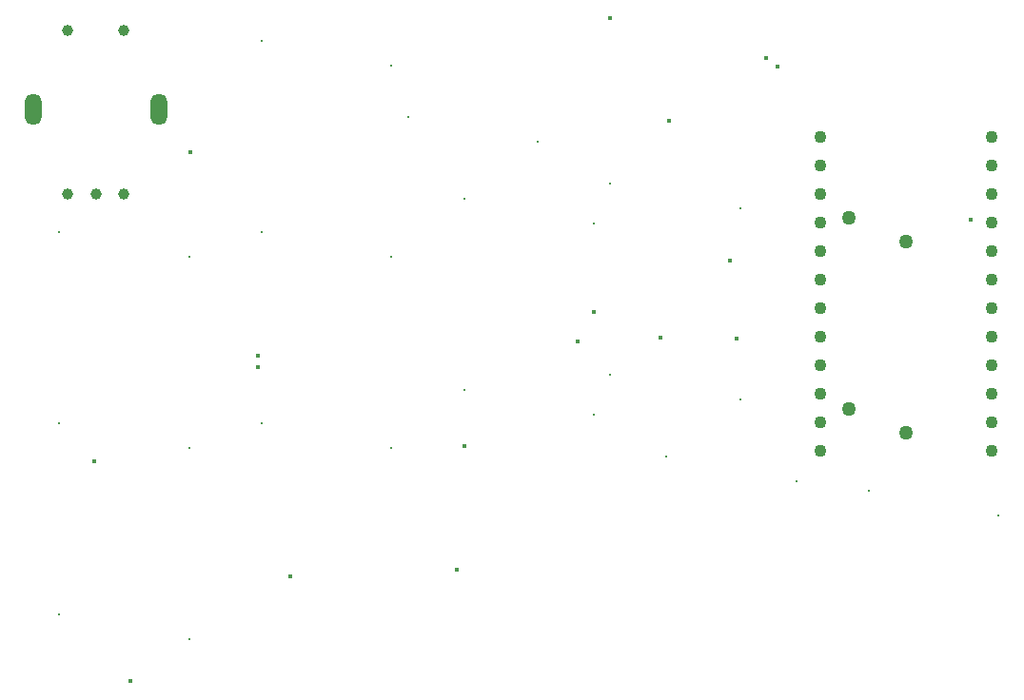
<source format=gbr>
%TF.GenerationSoftware,KiCad,Pcbnew,(7.0.0-0)*%
%TF.CreationDate,2023-02-20T17:01:44+08:00*%
%TF.ProjectId,left,6c656674-2e6b-4696-9361-645f70636258,v1.0.0*%
%TF.SameCoordinates,Original*%
%TF.FileFunction,Plated,1,2,PTH,Mixed*%
%TF.FilePolarity,Positive*%
%FSLAX46Y46*%
G04 Gerber Fmt 4.6, Leading zero omitted, Abs format (unit mm)*
G04 Created by KiCad (PCBNEW (7.0.0-0)) date 2023-02-20 17:01:44*
%MOMM*%
%LPD*%
G01*
G04 APERTURE LIST*
%TA.AperFunction,ComponentDrill*%
%ADD10C,0.300000*%
%TD*%
%TA.AperFunction,ViaDrill*%
%ADD11C,0.400000*%
%TD*%
%TA.AperFunction,ComponentDrill*%
%ADD12C,1.000000*%
%TD*%
%TA.AperFunction,ComponentDrill*%
%ADD13C,1.092200*%
%TD*%
%TA.AperFunction,ComponentDrill*%
%ADD14C,1.270000*%
%TD*%
G04 aperture for slot hole*
%TA.AperFunction,ComponentDrill*%
%ADD15O,1.500000X2.800000*%
%TD*%
G04 APERTURE END LIST*
D10*
%TO.C,S1*%
X-3275000Y39950000D03*
%TO.C,S2*%
X-3275000Y22950000D03*
%TO.C,S3*%
X-3275000Y5950000D03*
%TO.C,S1*%
X8275000Y37750000D03*
%TO.C,S2*%
X8275000Y20750000D03*
%TO.C,S3*%
X8275000Y3750000D03*
%TO.C,S4*%
X14725000Y56950000D03*
%TO.C,S5*%
X14725000Y39950000D03*
%TO.C,S6*%
X14725000Y22950000D03*
%TO.C,S4*%
X26275000Y54750000D03*
%TO.C,S5*%
X26275000Y37750000D03*
%TO.C,S6*%
X26275000Y20750000D03*
%TO.C,S7*%
X27725000Y50250000D03*
%TO.C,S8*%
X32725000Y42950000D03*
%TO.C,S9*%
X32725000Y25950000D03*
%TO.C,S7*%
X39275000Y48050000D03*
%TO.C,S8*%
X44275000Y40750000D03*
%TO.C,S9*%
X44275000Y23750000D03*
%TO.C,S10*%
X45725000Y44250000D03*
%TO.C,S11*%
X45725000Y27250000D03*
%TO.C,S12*%
X50725000Y19950000D03*
%TO.C,S10*%
X57275000Y42050000D03*
%TO.C,S11*%
X57275000Y25050000D03*
%TO.C,S12*%
X62275000Y17750000D03*
%TO.C,S15*%
X68725000Y16950000D03*
X80275000Y14750000D03*
%TD*%
D11*
X-150000Y19600000D03*
X3000000Y0D03*
X8400000Y47100000D03*
X14350000Y29000000D03*
X14400000Y27950000D03*
X17250000Y9350000D03*
X32100000Y9950000D03*
X32750000Y20950000D03*
X42800000Y30250000D03*
X44300000Y32900000D03*
X45750000Y59000000D03*
X50200000Y30600000D03*
X50950000Y49850000D03*
X56400000Y37400000D03*
X57000000Y30500000D03*
X59600000Y55500000D03*
X60600000Y54700000D03*
X77800000Y41100000D03*
D12*
%TO.C,ROT1*%
X-2540000Y57880000D03*
X-2540000Y43380000D03*
X-40000Y43380000D03*
X2460000Y57880000D03*
X2460000Y43380000D03*
D13*
%TO.C,MCU1*%
X64380000Y48470000D03*
X64380000Y45930000D03*
X64380000Y43390000D03*
X64380000Y40850000D03*
X64380000Y38310000D03*
X64380000Y35770000D03*
X64380000Y33230000D03*
X64380000Y30690000D03*
X64380000Y28150000D03*
X64380000Y25610000D03*
X64380000Y23070000D03*
X64380000Y20530000D03*
X79620000Y48470000D03*
X79620000Y45930000D03*
X79620000Y43390000D03*
X79620000Y40850000D03*
X79620000Y38310000D03*
X79620000Y35770000D03*
X79620000Y33230000D03*
X79620000Y30690000D03*
X79620000Y28150000D03*
X79620000Y25610000D03*
X79620000Y23070000D03*
X79620000Y20530000D03*
D14*
%TO.C,S13*%
X67000000Y41200000D03*
%TO.C,S14*%
X67000000Y24200000D03*
%TO.C,S13*%
X72000000Y39100000D03*
%TO.C,S14*%
X72000000Y22100000D03*
D15*
%TO.C,ROT1*%
X-5639999Y50879999D03*
X5559999Y50879999D03*
M02*

</source>
